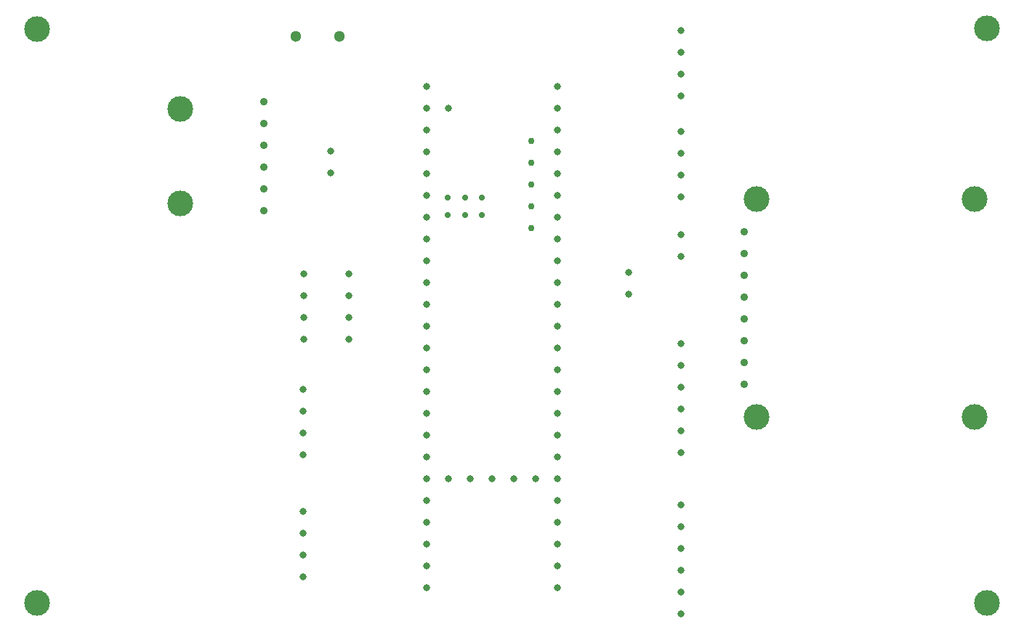
<source format=gbr>
%TF.GenerationSoftware,KiCad,Pcbnew,7.0.7*%
%TF.CreationDate,2025-07-23T15:48:42-04:00*%
%TF.ProjectId,Prototype1.0,50726f74-6f74-4797-9065-312e302e6b69,rev?*%
%TF.SameCoordinates,Original*%
%TF.FileFunction,Plated,1,2,PTH,Drill*%
%TF.FilePolarity,Positive*%
%FSLAX46Y46*%
G04 Gerber Fmt 4.6, Leading zero omitted, Abs format (unit mm)*
G04 Created by KiCad (PCBNEW 7.0.7) date 2025-07-23 15:48:42*
%MOMM*%
%LPD*%
G01*
G04 APERTURE LIST*
%TA.AperFunction,ComponentDrill*%
%ADD10C,0.700000*%
%TD*%
%TA.AperFunction,ComponentDrill*%
%ADD11C,0.750000*%
%TD*%
%TA.AperFunction,ComponentDrill*%
%ADD12C,0.800000*%
%TD*%
%TA.AperFunction,ComponentDrill*%
%ADD13C,0.900000*%
%TD*%
%TA.AperFunction,ComponentDrill*%
%ADD14C,1.300000*%
%TD*%
%TA.AperFunction,ViaDrill*%
%ADD15C,3.000000*%
%TD*%
%TA.AperFunction,ComponentDrill*%
%ADD16C,3.000000*%
%TD*%
G04 APERTURE END LIST*
D10*
%TO.C,U2*%
X128830000Y-61760000D03*
X128830000Y-63760000D03*
X130830000Y-61760000D03*
X130830000Y-63760000D03*
X132830000Y-61760000D03*
X132830000Y-63760000D03*
D11*
X138570000Y-55140000D03*
X138570000Y-57680000D03*
X138570000Y-60220000D03*
X138570000Y-62760000D03*
X138570000Y-65300000D03*
D12*
%TO.C,J1*%
X111950000Y-98380000D03*
X111950000Y-100920000D03*
X111950000Y-103460000D03*
X111950000Y-106000000D03*
%TO.C,J2*%
X111975000Y-84090000D03*
X111975000Y-86630000D03*
X111975000Y-89170000D03*
X111975000Y-91710000D03*
%TO.C,J16*%
X112025000Y-70680000D03*
X112025000Y-73220000D03*
X112025000Y-75760000D03*
X112025000Y-78300000D03*
%TO.C,J17*%
X115225000Y-56385000D03*
X115225000Y-58925000D03*
%TO.C,J15*%
X117341645Y-70692545D03*
X117341645Y-73232545D03*
X117341645Y-75772545D03*
X117341645Y-78312545D03*
%TO.C,U2*%
X126380000Y-48790000D03*
X126380000Y-51330000D03*
X126380000Y-53870000D03*
X126380000Y-56410000D03*
X126380000Y-58950000D03*
X126380000Y-61490000D03*
X126380000Y-64030000D03*
X126380000Y-66570000D03*
X126380000Y-69110000D03*
X126380000Y-71650000D03*
X126380000Y-74190000D03*
X126380000Y-76730000D03*
X126380000Y-79270000D03*
X126380000Y-81810000D03*
X126380000Y-84350000D03*
X126380000Y-86890000D03*
X126380000Y-89430000D03*
X126380000Y-91970000D03*
X126380000Y-94510000D03*
X126380000Y-97050000D03*
X126380000Y-99590000D03*
X126380000Y-102130000D03*
X126380000Y-104670000D03*
X126380000Y-107210000D03*
X128920000Y-51330000D03*
X128920000Y-94510000D03*
X131460000Y-94510000D03*
X134000000Y-94510000D03*
X136540000Y-94510000D03*
X139080000Y-94510000D03*
X141620000Y-48790000D03*
X141620000Y-51330000D03*
X141620000Y-53870000D03*
X141620000Y-56410000D03*
X141620000Y-58950000D03*
X141620000Y-61490000D03*
X141620000Y-64030000D03*
X141620000Y-66570000D03*
X141620000Y-69110000D03*
X141620000Y-71650000D03*
X141620000Y-74190000D03*
X141620000Y-76730000D03*
X141620000Y-79270000D03*
X141620000Y-81810000D03*
X141620000Y-84350000D03*
X141620000Y-86890000D03*
X141620000Y-89430000D03*
X141620000Y-91970000D03*
X141620000Y-94510000D03*
X141620000Y-97050000D03*
X141620000Y-99590000D03*
X141620000Y-102130000D03*
X141620000Y-104670000D03*
X141620000Y-107210000D03*
%TO.C,J18*%
X149860000Y-70465000D03*
X149860000Y-73005000D03*
%TO.C,J11*%
X156000000Y-42280000D03*
X156000000Y-44820000D03*
X156000000Y-47360000D03*
X156000000Y-49900000D03*
%TO.C,J12*%
X156000000Y-54080000D03*
X156000000Y-56620000D03*
X156000000Y-59160000D03*
X156000000Y-61700000D03*
%TO.C,J10*%
X156000000Y-66080000D03*
X156000000Y-68620000D03*
%TO.C,J13*%
X156000000Y-78800000D03*
X156000000Y-81340000D03*
X156000000Y-83880000D03*
X156000000Y-86420000D03*
X156000000Y-88960000D03*
X156000000Y-91500000D03*
%TO.C,J14*%
X156000000Y-97540000D03*
X156000000Y-100080000D03*
X156000000Y-102620000D03*
X156000000Y-105160000D03*
X156000000Y-107700000D03*
X156000000Y-110240000D03*
D13*
%TO.C,U4*%
X107400000Y-50580559D03*
X107400000Y-53120559D03*
X107400000Y-55660559D03*
X107400000Y-58200559D03*
X107400000Y-60740559D03*
X107400000Y-63280559D03*
%TO.C,Open1*%
X163400000Y-65748000D03*
X163400000Y-68288000D03*
X163400000Y-70828000D03*
X163400000Y-73368000D03*
X163400000Y-75908000D03*
X163400000Y-78448000D03*
X163400000Y-80988000D03*
X163400000Y-83528000D03*
D14*
%TO.C,J6*%
X111120000Y-43000000D03*
X116200000Y-43000000D03*
%TD*%
D15*
X81000000Y-42100000D03*
X81000000Y-109000000D03*
X191600000Y-42000000D03*
X191600000Y-109000000D03*
D16*
%TO.C,U4*%
X97650000Y-51450559D03*
X97650000Y-62450559D03*
%TO.C,Open1*%
X164797000Y-61900000D03*
X164797000Y-87300000D03*
X190197000Y-61900000D03*
X190197000Y-87300000D03*
M02*

</source>
